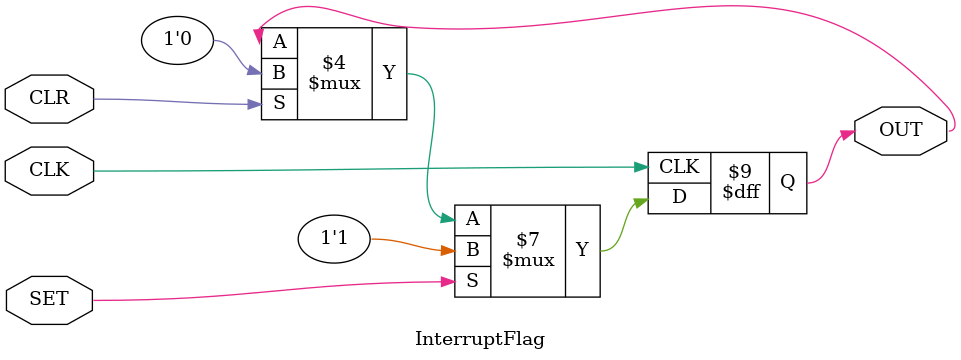
<source format=sv>
`timescale 1ns / 1ps


module InterruptFlag(
    input SET, CLR, CLK,
    output logic OUT
    );
    
    always_ff @(posedge CLK) begin
        if (SET == 1)
            OUT <= 1;
        else if (CLR == 1)
            OUT <= 0;
    end
endmodule

</source>
